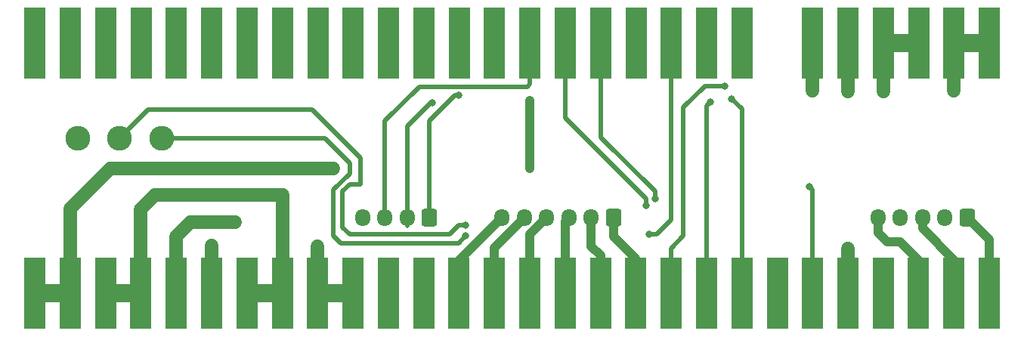
<source format=gbr>
%TF.GenerationSoftware,KiCad,Pcbnew,(6.0.8)*%
%TF.CreationDate,2022-12-30T17:29:19+02:00*%
%TF.ProjectId,mahjong_jamma_adapter,6d61686a-6f6e-4675-9f6a-616d6d615f61,rev?*%
%TF.SameCoordinates,Original*%
%TF.FileFunction,Copper,L2,Bot*%
%TF.FilePolarity,Positive*%
%FSLAX46Y46*%
G04 Gerber Fmt 4.6, Leading zero omitted, Abs format (unit mm)*
G04 Created by KiCad (PCBNEW (6.0.8)) date 2022-12-30 17:29:19*
%MOMM*%
%LPD*%
G01*
G04 APERTURE LIST*
G04 Aperture macros list*
%AMRoundRect*
0 Rectangle with rounded corners*
0 $1 Rounding radius*
0 $2 $3 $4 $5 $6 $7 $8 $9 X,Y pos of 4 corners*
0 Add a 4 corners polygon primitive as box body*
4,1,4,$2,$3,$4,$5,$6,$7,$8,$9,$2,$3,0*
0 Add four circle primitives for the rounded corners*
1,1,$1+$1,$2,$3*
1,1,$1+$1,$4,$5*
1,1,$1+$1,$6,$7*
1,1,$1+$1,$8,$9*
0 Add four rect primitives between the rounded corners*
20,1,$1+$1,$2,$3,$4,$5,0*
20,1,$1+$1,$4,$5,$6,$7,0*
20,1,$1+$1,$6,$7,$8,$9,0*
20,1,$1+$1,$8,$9,$2,$3,0*%
G04 Aperture macros list end*
%TA.AperFunction,ComponentPad*%
%ADD10RoundRect,0.250000X0.600000X0.725000X-0.600000X0.725000X-0.600000X-0.725000X0.600000X-0.725000X0*%
%TD*%
%TA.AperFunction,ComponentPad*%
%ADD11O,1.700000X1.950000*%
%TD*%
%TA.AperFunction,SMDPad,CuDef*%
%ADD12R,2.350000X8.000000*%
%TD*%
%TA.AperFunction,ComponentPad*%
%ADD13C,2.781000*%
%TD*%
%TA.AperFunction,ViaPad*%
%ADD14C,0.800000*%
%TD*%
%TA.AperFunction,Conductor*%
%ADD15C,2.000000*%
%TD*%
%TA.AperFunction,Conductor*%
%ADD16C,1.500000*%
%TD*%
%TA.AperFunction,Conductor*%
%ADD17C,1.000000*%
%TD*%
%TA.AperFunction,Conductor*%
%ADD18C,0.500000*%
%TD*%
G04 APERTURE END LIST*
D10*
%TO.P,SERVICE,1,Pin_1*%
%TO.N,COIN*%
X111750000Y-67500000D03*
D11*
%TO.P,SERVICE,2,Pin_2*%
%TO.N,TEST*%
X109250000Y-67500000D03*
%TO.P,SERVICE,3,Pin_3*%
%TO.N,SERVICE*%
X106750000Y-67500000D03*
%TO.P,SERVICE,4,Pin_4*%
%TO.N,GND*%
X104250000Y-67500000D03*
%TD*%
D12*
%TO.P,AUDIO,A,Pin_A*%
%TO.N,COM0-3*%
X174460000Y-76000000D03*
X174460000Y-76000000D03*
%TO.P,AUDIO,B,Pin_B*%
%TO.N,COM2-6*%
X170500000Y-76000000D03*
X170500000Y-76000000D03*
%TO.P,AUDIO,C,Pin_C*%
%TO.N,COM4-7*%
X166540000Y-76000000D03*
X166540000Y-76000000D03*
%TO.P,AUDIO,D,Pin_D*%
%TO.N,unconnected-(J2-PadD)*%
X162580000Y-76000000D03*
X162580000Y-76000000D03*
%TO.P,AUDIO,E,Pin_E*%
%TO.N,GND*%
X158620000Y-76000000D03*
X158620000Y-76000000D03*
%TO.P,AUDIO,F,Pin_F*%
%TO.N,SERVICE*%
X154660000Y-76000000D03*
X154660000Y-76000000D03*
%TO.P,AUDIO,H,Pin_H*%
%TO.N,unconnected-(J2-PadH)*%
X150733160Y-76002540D03*
%TO.P,AUDIO,J,Pin_J*%
%TO.N,RED*%
X146740000Y-76000000D03*
X146740000Y-76000000D03*
%TO.P,AUDIO,K,Pin_K*%
%TO.N,BLUE*%
X142780000Y-76000000D03*
X142780000Y-76000000D03*
%TO.P,AUDIO,L,Pin_L*%
%TO.N,SPK+*%
X138820000Y-76000000D03*
X138820000Y-76000000D03*
%TO.P,AUDIO,M,Pin_M*%
%TO.N,KEY0-4*%
X134860000Y-76000000D03*
X134860000Y-76000000D03*
%TO.P,AUDIO,N,Pin_N*%
%TO.N,KEY1-5*%
X130900000Y-76000000D03*
X130900000Y-76000000D03*
%TO.P,AUDIO,P,Pin_P*%
%TO.N,KEY2-8*%
X126940000Y-76000000D03*
X126940000Y-76000000D03*
%TO.P,AUDIO,R,Pin_R*%
%TO.N,KEY3-9*%
X122980000Y-76000000D03*
X122980000Y-76000000D03*
%TO.P,AUDIO,S,Pin_S*%
%TO.N,KEY4-11*%
X119020000Y-76000000D03*
X119020000Y-76000000D03*
%TO.P,AUDIO,T,Pin_T*%
%TO.N,KEY5-1*%
X115060000Y-76000000D03*
X115060000Y-76000000D03*
%TO.P,AUDIO,U,Pin_U*%
%TO.N,unconnected-(J2-PadU)*%
X111100000Y-76000000D03*
X111100000Y-76000000D03*
%TO.P,AUDIO,V,Pin_V*%
%TO.N,unconnected-(J2-PadV)*%
X107140000Y-76000000D03*
X107140000Y-76000000D03*
%TO.P,AUDIO,W,Pin_W*%
%TO.N,GND*%
X103180000Y-76000000D03*
X103180000Y-76000000D03*
%TO.P,AUDIO,X,Pin_X*%
X99220000Y-76000000D03*
X99220000Y-76000000D03*
%TO.P,AUDIO,Y,Pin_Y*%
%TO.N,5V*%
X95260000Y-76000000D03*
X95260000Y-76000000D03*
%TO.P,AUDIO,Z,Pin_Z*%
X91300000Y-76000000D03*
X91300000Y-76000000D03*
%TO.P,AUDIO,a,Pin_a*%
%TO.N,12V*%
X87340000Y-76000000D03*
X87340000Y-76000000D03*
%TO.P,AUDIO,b,Pin_b*%
%TO.N,-5V_M*%
X83380000Y-76000000D03*
X83380000Y-76000000D03*
%TO.P,AUDIO,c,Pin_c*%
%TO.N,5V*%
X79420000Y-76000000D03*
X79420000Y-76000000D03*
%TO.P,AUDIO,d,Pin_d*%
X75460000Y-76000000D03*
X75460000Y-76000000D03*
%TO.P,AUDIO,e,Pin_e*%
%TO.N,GND*%
X71500000Y-76000000D03*
X71500000Y-76000000D03*
%TO.P,AUDIO,f,Pin_f*%
X67540000Y-76000000D03*
X67540000Y-76000000D03*
%TD*%
D10*
%TO.P,COM,1,Pin_1*%
%TO.N,COM0-3*%
X172000000Y-67535000D03*
D11*
%TO.P,COM,2,Pin_2*%
%TO.N,COM1-2*%
X169500000Y-67535000D03*
%TO.P,COM,3,Pin_3*%
%TO.N,COM2-6*%
X167000000Y-67535000D03*
%TO.P,COM,4,Pin_4*%
%TO.N,COM3-10*%
X164500000Y-67535000D03*
%TO.P,COM,5,Pin_5*%
%TO.N,COM4-7*%
X162000000Y-67535000D03*
%TD*%
D13*
%TO.P,SW1,1,A*%
%TO.N,JONG_SPK-*%
X81750000Y-58600000D03*
%TO.P,SW1,2,B*%
%TO.N,JAMMA_SPK-*%
X77050000Y-58600000D03*
%TO.P,SW1,3,C*%
%TO.N,Net-(JMP2-Pad1)*%
X72350000Y-58600000D03*
%TD*%
D10*
%TO.P,KEY,1,Pin_1*%
%TO.N,KEY0-4*%
X132360000Y-67535000D03*
D11*
%TO.P,KEY,2,Pin_2*%
%TO.N,KEY1-5*%
X129860000Y-67535000D03*
%TO.P,KEY,3,Pin_3*%
%TO.N,KEY2-8*%
X127360000Y-67535000D03*
%TO.P,KEY,4,Pin_4*%
%TO.N,KEY3-9*%
X124860000Y-67535000D03*
%TO.P,KEY,5,Pin_5*%
%TO.N,KEY4-11*%
X122360000Y-67535000D03*
%TO.P,KEY,6,Pin_6*%
%TO.N,KEY5-1*%
X119860000Y-67535000D03*
%TD*%
D12*
%TO.P,J1,A,Pin_A*%
%TO.N,GND*%
X174480000Y-48000000D03*
X174480000Y-48000000D03*
%TO.P,J1,B,Pin_B*%
X170520000Y-48000000D03*
X170520000Y-48000000D03*
%TO.P,J1,C,Pin_C*%
%TO.N,5V*%
X166560000Y-48000000D03*
X166560000Y-48000000D03*
%TO.P,J1,D,Pin_D*%
X162600000Y-48000000D03*
X162600000Y-48000000D03*
%TO.P,J1,E,Pin_E*%
%TO.N,-5V*%
X158640000Y-48000000D03*
X158640000Y-48000000D03*
%TO.P,J1,F,Pin_F*%
%TO.N,12V*%
X154680000Y-48000000D03*
X154680000Y-48000000D03*
%TO.P,J1,J,Pin_J*%
%TO.N,unconnected-(J1-PadJ)*%
X146760000Y-48000000D03*
X146760000Y-48000000D03*
%TO.P,J1,K,Pin_K*%
%TO.N,unconnected-(J1-PadK)*%
X142800000Y-48000000D03*
X142800000Y-48000000D03*
%TO.P,J1,L,Pin_L*%
%TO.N,JAMMA_SPK-*%
X138840000Y-48000000D03*
X138840000Y-48000000D03*
%TO.P,J1,M,Pin_M*%
%TO.N,unconnected-(J1-PadM)*%
X134880000Y-48000000D03*
X134880000Y-48000000D03*
%TO.P,J1,N,Pin_N*%
%TO.N,GREEN*%
X130920000Y-48000000D03*
X130920000Y-48000000D03*
%TO.P,J1,P,Pin_P*%
%TO.N,SYNC*%
X126960000Y-48000000D03*
X126960000Y-48000000D03*
%TO.P,J1,R,Pin_R*%
%TO.N,SERVICE*%
X123000000Y-48000000D03*
X123000000Y-48000000D03*
%TO.P,J1,S,Pin_S*%
%TO.N,unconnected-(J1-PadS)*%
X119040000Y-48000000D03*
X119040000Y-48000000D03*
%TO.P,J1,T,Pin_T*%
%TO.N,unconnected-(J1-PadT)*%
X115080000Y-48000000D03*
X115080000Y-48000000D03*
%TO.P,J1,U,Pin_U*%
%TO.N,unconnected-(J1-PadU)*%
X111120000Y-48000000D03*
X111120000Y-48000000D03*
%TO.P,J1,V,Pin_V*%
%TO.N,unconnected-(J1-PadV)*%
X107160000Y-48000000D03*
X107160000Y-48000000D03*
%TO.P,J1,W,Pin_W*%
%TO.N,unconnected-(J1-PadW)*%
X103200000Y-48000000D03*
X103200000Y-48000000D03*
%TO.P,J1,X,Pin_X*%
%TO.N,unconnected-(J1-PadX)*%
X99240000Y-48000000D03*
X99240000Y-48000000D03*
%TO.P,J1,Y,Pin_Y*%
%TO.N,unconnected-(J1-PadY)*%
X95280000Y-48000000D03*
X95280000Y-48000000D03*
%TO.P,J1,Z,Pin_Z*%
%TO.N,unconnected-(J1-PadZ)*%
X91320000Y-48000000D03*
X91320000Y-48000000D03*
%TO.P,J1,a,Pin_a*%
%TO.N,unconnected-(J1-Pada)*%
X87360000Y-48000000D03*
X87360000Y-48000000D03*
%TO.P,J1,b,Pin_b*%
%TO.N,unconnected-(J1-Padb)*%
X83400000Y-48000000D03*
X83400000Y-48000000D03*
%TO.P,J1,c,Pin_c*%
%TO.N,unconnected-(J1-Padc)*%
X79440000Y-48000000D03*
X79440000Y-48000000D03*
%TO.P,J1,d,Pin_d*%
%TO.N,unconnected-(J1-Padd)*%
X75480000Y-48000000D03*
X75480000Y-48000000D03*
%TO.P,J1,e,Pin_e*%
%TO.N,unconnected-(J1-Pade)*%
X71520000Y-48000000D03*
X71520000Y-48000000D03*
%TO.P,J1,f,Pin_f*%
%TO.N,unconnected-(J1-Padf)*%
X67560000Y-48000000D03*
X67560000Y-48000000D03*
%TD*%
D14*
%TO.N,GND*%
X71500000Y-70500000D03*
X99220000Y-70780000D03*
X123000000Y-54400000D03*
X123000000Y-62000000D03*
X158620000Y-70980000D03*
X101000000Y-62000000D03*
X170520000Y-53280000D03*
%TO.N,5V*%
X95260000Y-65000000D03*
X79420000Y-70580000D03*
X162600000Y-53400000D03*
%TO.N,-5V*%
X158640000Y-53360000D03*
%TO.N,12V*%
X87340000Y-70660000D03*
X154680000Y-53320000D03*
%TO.N,SPK+*%
X144800000Y-52800000D03*
%TO.N,RED*%
X145600000Y-54200000D03*
%TO.N,BLUE*%
X143200000Y-54600000D03*
%TO.N,TEST*%
X112020000Y-54650500D03*
%TO.N,COIN*%
X115060000Y-53850500D03*
%TO.N,JAMMA_SPK-*%
X136400000Y-69400000D03*
X115800000Y-68400000D03*
%TO.N,GREEN*%
X137000000Y-65400000D03*
%TO.N,SYNC*%
X136000000Y-66200000D03*
%TO.N,SERVICE*%
X154280000Y-64050000D03*
%TO.N,JONG_SPK-*%
X115800000Y-69600000D03*
%TO.N,-5V_M*%
X90000000Y-68000000D03*
%TD*%
D15*
%TO.N,GND*%
X67540000Y-76000000D02*
X71500000Y-76000000D01*
D16*
X99220000Y-70780000D02*
X99220000Y-76000000D01*
D17*
X123000000Y-62000000D02*
X123000000Y-54400000D01*
D16*
X170520000Y-53280000D02*
X170520000Y-48000000D01*
X71500000Y-66500000D02*
X71500000Y-70500000D01*
D15*
X99220000Y-76000000D02*
X103180000Y-76000000D01*
D16*
X158620000Y-70980000D02*
X158620000Y-76000000D01*
X101000000Y-62000000D02*
X76000000Y-62000000D01*
X71500000Y-70500000D02*
X71500000Y-76000000D01*
X76000000Y-62000000D02*
X71500000Y-66500000D01*
D15*
X170520000Y-48000000D02*
X174480000Y-48000000D01*
D16*
%TO.N,5V*%
X95260000Y-65000000D02*
X81000000Y-65000000D01*
D15*
X75460000Y-76000000D02*
X79420000Y-76000000D01*
D16*
X79420000Y-70580000D02*
X79420000Y-71580000D01*
X81000000Y-65000000D02*
X79420000Y-66580000D01*
D15*
X91300000Y-76000000D02*
X95260000Y-76000000D01*
D16*
X79420000Y-66580000D02*
X79420000Y-71580000D01*
X79420000Y-71580000D02*
X79420000Y-76000000D01*
D15*
X162600000Y-48000000D02*
X166560000Y-48000000D01*
D16*
X95260000Y-65000000D02*
X95260000Y-76000000D01*
X162600000Y-48000000D02*
X162600000Y-53400000D01*
%TO.N,-5V*%
X158640000Y-48000000D02*
X158640000Y-53360000D01*
%TO.N,12V*%
X154680000Y-48000000D02*
X154680000Y-53320000D01*
X87340000Y-76000000D02*
X87340000Y-70660000D01*
D18*
%TO.N,SPK+*%
X144800000Y-52800000D02*
X142600000Y-52800000D01*
X140200000Y-55200000D02*
X140200000Y-69600000D01*
X140200000Y-69600000D02*
X138820000Y-70980000D01*
X142600000Y-52800000D02*
X140200000Y-55200000D01*
X138820000Y-70980000D02*
X138820000Y-76000000D01*
%TO.N,RED*%
X146740000Y-55340000D02*
X146740000Y-76000000D01*
X145600000Y-54200000D02*
X146740000Y-55340000D01*
%TO.N,BLUE*%
X143200000Y-54600000D02*
X142780000Y-55020000D01*
X142780000Y-55020000D02*
X142780000Y-76000000D01*
%TO.N,TEST*%
X111909500Y-54650500D02*
X109250000Y-57310000D01*
X112020000Y-54650500D02*
X111909500Y-54650500D01*
X109250000Y-57310000D02*
X109250000Y-68440000D01*
%TO.N,COIN*%
X111750000Y-56710000D02*
X111750000Y-67525000D01*
X115060000Y-53850500D02*
X114609500Y-53850500D01*
X114609500Y-53850500D02*
X111750000Y-56710000D01*
%TO.N,JAMMA_SPK-*%
X102800000Y-69400000D02*
X102000000Y-68600000D01*
X114000000Y-69400000D02*
X102800000Y-69400000D01*
X136400000Y-69400000D02*
X137200000Y-69400000D01*
X102000000Y-68600000D02*
X102000000Y-64600000D01*
X102800000Y-63800000D02*
X104000000Y-63800000D01*
X115800000Y-68400000D02*
X115000000Y-68400000D01*
X102000000Y-64600000D02*
X102800000Y-63800000D01*
X80250000Y-55400000D02*
X77050000Y-58600000D01*
X138840000Y-67760000D02*
X138840000Y-48000000D01*
X98600000Y-55400000D02*
X80250000Y-55400000D01*
X104000000Y-60800000D02*
X98600000Y-55400000D01*
X115000000Y-68400000D02*
X114000000Y-69400000D01*
X137200000Y-69400000D02*
X138840000Y-67760000D01*
X104000000Y-63800000D02*
X104000000Y-60800000D01*
%TO.N,GREEN*%
X137000000Y-65400000D02*
X137000000Y-64600000D01*
X130920000Y-58520000D02*
X130920000Y-48000000D01*
X137000000Y-64600000D02*
X130920000Y-58520000D01*
%TO.N,SYNC*%
X126960000Y-56360000D02*
X126960000Y-48000000D01*
X136000000Y-65400000D02*
X126960000Y-56360000D01*
X136000000Y-66200000D02*
X136000000Y-65400000D01*
%TO.N,SERVICE*%
X154280000Y-64050000D02*
X154660000Y-64430000D01*
X106750000Y-56690000D02*
X106750000Y-67500000D01*
X123000000Y-48000000D02*
X123000000Y-52540000D01*
X122700000Y-52840000D02*
X110600000Y-52840000D01*
X110600000Y-52840000D02*
X106750000Y-56690000D01*
X154660000Y-64430000D02*
X154660000Y-76000000D01*
X123000000Y-52540000D02*
X122700000Y-52840000D01*
%TO.N,JONG_SPK-*%
X115000000Y-70400000D02*
X101800000Y-70400000D01*
X115800000Y-69600000D02*
X115000000Y-70400000D01*
X101800000Y-70400000D02*
X101000000Y-69600000D01*
X101000000Y-64400000D02*
X102800000Y-62600000D01*
X101000000Y-69600000D02*
X101000000Y-64400000D01*
X100000000Y-58600000D02*
X81750000Y-58600000D01*
X102800000Y-62600000D02*
X102800000Y-61400000D01*
X102800000Y-61400000D02*
X100000000Y-58600000D01*
D17*
%TO.N,COM0-3*%
X174460000Y-69995000D02*
X172000000Y-67535000D01*
X174460000Y-76000000D02*
X174460000Y-69995000D01*
%TO.N,COM2-6*%
X170500000Y-72240000D02*
X167000000Y-68740000D01*
X170500000Y-76000000D02*
X170500000Y-72240000D01*
X167000000Y-68740000D02*
X167000000Y-67535000D01*
%TO.N,COM4-7*%
X164460000Y-70220000D02*
X163010000Y-70220000D01*
X166540000Y-72300000D02*
X164460000Y-70220000D01*
X162000000Y-69210000D02*
X162000000Y-67535000D01*
X163010000Y-70220000D02*
X162000000Y-69210000D01*
X166540000Y-76000000D02*
X166540000Y-72300000D01*
%TO.N,KEY0-4*%
X134860000Y-72130000D02*
X132360000Y-69630000D01*
X132360000Y-69630000D02*
X132360000Y-67535000D01*
X134860000Y-76000000D02*
X134860000Y-72130000D01*
%TO.N,KEY1-5*%
X129860000Y-70720000D02*
X129860000Y-67535000D01*
X130900000Y-76000000D02*
X130900000Y-71760000D01*
X130900000Y-71760000D02*
X129860000Y-70720000D01*
%TO.N,KEY2-8*%
X126940000Y-67955000D02*
X127360000Y-67535000D01*
X126940000Y-76000000D02*
X126940000Y-67955000D01*
%TO.N,KEY3-9*%
X122980000Y-76000000D02*
X122980000Y-69415000D01*
X122980000Y-69415000D02*
X124860000Y-67535000D01*
%TO.N,KEY4-11*%
X119020000Y-76000000D02*
X119020000Y-70875000D01*
X119020000Y-70875000D02*
X122360000Y-67535000D01*
%TO.N,KEY5-1*%
X115060000Y-72335000D02*
X119860000Y-67535000D01*
X115060000Y-76000000D02*
X115060000Y-72335000D01*
D16*
%TO.N,-5V_M*%
X85000000Y-68000000D02*
X83380000Y-69620000D01*
X83380000Y-69620000D02*
X83380000Y-76000000D01*
X90000000Y-68000000D02*
X85000000Y-68000000D01*
%TD*%
M02*

</source>
